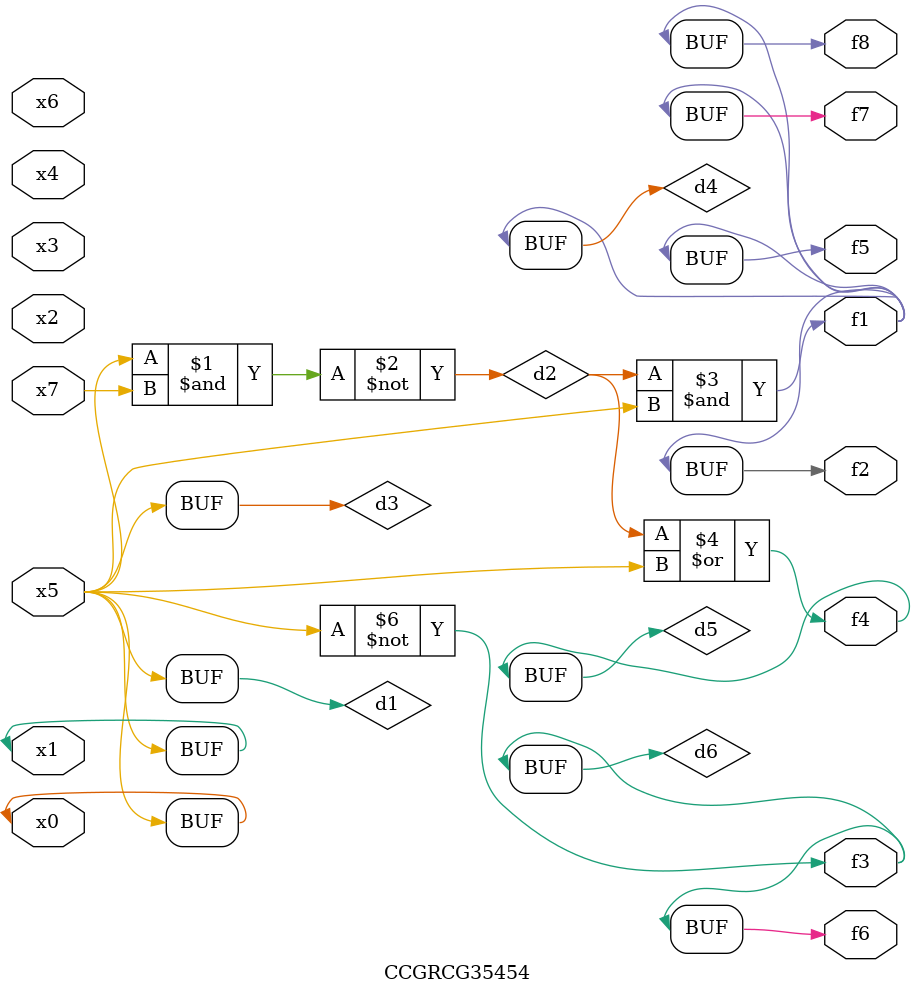
<source format=v>
module CCGRCG35454(
	input x0, x1, x2, x3, x4, x5, x6, x7,
	output f1, f2, f3, f4, f5, f6, f7, f8
);

	wire d1, d2, d3, d4, d5, d6;

	buf (d1, x0, x5);
	nand (d2, x5, x7);
	buf (d3, x0, x1);
	and (d4, d2, d3);
	or (d5, d2, d3);
	nor (d6, d1, d3);
	assign f1 = d4;
	assign f2 = d4;
	assign f3 = d6;
	assign f4 = d5;
	assign f5 = d4;
	assign f6 = d6;
	assign f7 = d4;
	assign f8 = d4;
endmodule

</source>
